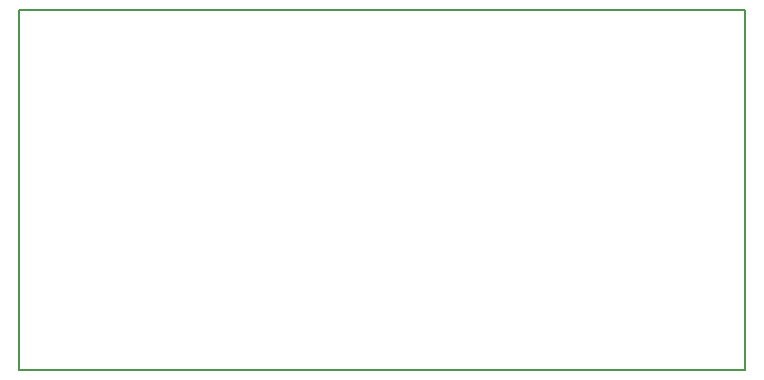
<source format=gbr>
G04 #@! TF.GenerationSoftware,KiCad,Pcbnew,(5.0.2)-1*
G04 #@! TF.CreationDate,2020-12-29T21:20:42+01:00*
G04 #@! TF.ProjectId,Radmesser,5261646d-6573-4736-9572-2e6b69636164,rev?*
G04 #@! TF.SameCoordinates,Original*
G04 #@! TF.FileFunction,Profile,NP*
%FSLAX46Y46*%
G04 Gerber Fmt 4.6, Leading zero omitted, Abs format (unit mm)*
G04 Created by KiCad (PCBNEW (5.0.2)-1) date 29.12.2020 21:20:42*
%MOMM*%
%LPD*%
G01*
G04 APERTURE LIST*
%ADD10C,0.150000*%
G04 APERTURE END LIST*
D10*
X144780000Y-80010000D02*
X143510000Y-80010000D01*
X143510000Y-110500000D02*
X143510000Y-80010000D01*
X205000000Y-110490000D02*
X143510000Y-110500000D01*
X205000000Y-80000000D02*
X205000000Y-110490000D01*
X144780000Y-80010000D02*
X205000000Y-80010000D01*
M02*

</source>
